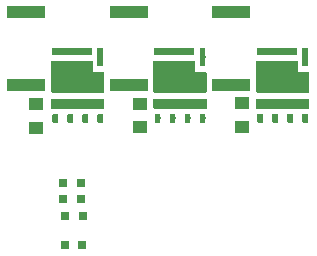
<source format=gbp>
G04 #@! TF.GenerationSoftware,KiCad,Pcbnew,(5.1.4)-1*
G04 #@! TF.CreationDate,2019-08-28T01:11:50-07:00*
G04 #@! TF.ProjectId,ESC Drivetrain V1,45534320-4472-4697-9665-747261696e20,rev?*
G04 #@! TF.SameCoordinates,Original*
G04 #@! TF.FileFunction,Paste,Bot*
G04 #@! TF.FilePolarity,Positive*
%FSLAX46Y46*%
G04 Gerber Fmt 4.6, Leading zero omitted, Abs format (unit mm)*
G04 Created by KiCad (PCBNEW (5.1.4)-1) date 2019-08-28 01:11:50*
%MOMM*%
%LPD*%
G04 APERTURE LIST*
%ADD10C,0.100000*%
%ADD11C,0.500000*%
%ADD12C,0.600000*%
%ADD13C,0.800000*%
%ADD14R,0.800000X0.750000*%
%ADD15R,1.250000X1.000000*%
%ADD16R,3.200000X1.000000*%
G04 APERTURE END LIST*
D10*
G36*
X137909901Y-112500241D02*
G01*
X137914755Y-112500961D01*
X137919514Y-112502153D01*
X137924134Y-112503806D01*
X137928570Y-112505904D01*
X137932779Y-112508427D01*
X137936720Y-112511349D01*
X137940355Y-112514645D01*
X137943651Y-112518280D01*
X137946573Y-112522221D01*
X137949096Y-112526430D01*
X137951194Y-112530866D01*
X137952847Y-112535486D01*
X137954039Y-112540245D01*
X137954759Y-112545099D01*
X137955000Y-112550000D01*
X137955000Y-113950000D01*
X137954759Y-113954901D01*
X137954039Y-113959755D01*
X137952847Y-113964514D01*
X137951194Y-113969134D01*
X137949096Y-113973570D01*
X137946573Y-113977779D01*
X137943651Y-113981720D01*
X137940355Y-113985355D01*
X137936720Y-113988651D01*
X137932779Y-113991573D01*
X137928570Y-113994096D01*
X137924134Y-113996194D01*
X137919514Y-113997847D01*
X137914755Y-113999039D01*
X137909901Y-113999759D01*
X137905000Y-114000000D01*
X137505000Y-114000000D01*
X137500099Y-113999759D01*
X137495245Y-113999039D01*
X137490486Y-113997847D01*
X137485866Y-113996194D01*
X137481430Y-113994096D01*
X137477221Y-113991573D01*
X137473280Y-113988651D01*
X137469645Y-113985355D01*
X137466349Y-113981720D01*
X137463427Y-113977779D01*
X137460904Y-113973570D01*
X137458806Y-113969134D01*
X137457153Y-113964514D01*
X137455961Y-113959755D01*
X137455241Y-113954901D01*
X137455000Y-113950000D01*
X137455000Y-112550000D01*
X137455241Y-112545099D01*
X137455961Y-112540245D01*
X137457153Y-112535486D01*
X137458806Y-112530866D01*
X137460904Y-112526430D01*
X137463427Y-112522221D01*
X137466349Y-112518280D01*
X137469645Y-112514645D01*
X137473280Y-112511349D01*
X137477221Y-112508427D01*
X137481430Y-112505904D01*
X137485866Y-112503806D01*
X137490486Y-112502153D01*
X137495245Y-112500961D01*
X137500099Y-112500241D01*
X137505000Y-112500000D01*
X137905000Y-112500000D01*
X137909901Y-112500241D01*
X137909901Y-112500241D01*
G37*
D11*
X137705000Y-113250000D03*
D10*
G36*
X136945881Y-112500289D02*
G01*
X136951705Y-112501153D01*
X136957417Y-112502584D01*
X136962961Y-112504567D01*
X136968284Y-112507085D01*
X136973334Y-112510112D01*
X136978064Y-112513619D01*
X136982426Y-112517574D01*
X136986381Y-112521936D01*
X136989888Y-112526666D01*
X136992915Y-112531716D01*
X136995433Y-112537039D01*
X136997416Y-112542583D01*
X136998847Y-112548295D01*
X136999711Y-112554119D01*
X137000000Y-112560000D01*
X137000000Y-113040000D01*
X136999711Y-113045881D01*
X136998847Y-113051705D01*
X136997416Y-113057417D01*
X136995433Y-113062961D01*
X136992915Y-113068284D01*
X136989888Y-113073334D01*
X136986381Y-113078064D01*
X136982426Y-113082426D01*
X136978064Y-113086381D01*
X136973334Y-113089888D01*
X136968284Y-113092915D01*
X136962961Y-113095433D01*
X136957417Y-113097416D01*
X136951705Y-113098847D01*
X136945881Y-113099711D01*
X136940000Y-113100000D01*
X133660000Y-113100000D01*
X133654119Y-113099711D01*
X133648295Y-113098847D01*
X133642583Y-113097416D01*
X133637039Y-113095433D01*
X133631716Y-113092915D01*
X133626666Y-113089888D01*
X133621936Y-113086381D01*
X133617574Y-113082426D01*
X133613619Y-113078064D01*
X133610112Y-113073334D01*
X133607085Y-113068284D01*
X133604567Y-113062961D01*
X133602584Y-113057417D01*
X133601153Y-113051705D01*
X133600289Y-113045881D01*
X133600000Y-113040000D01*
X133600000Y-112560000D01*
X133600289Y-112554119D01*
X133601153Y-112548295D01*
X133602584Y-112542583D01*
X133604567Y-112537039D01*
X133607085Y-112531716D01*
X133610112Y-112526666D01*
X133613619Y-112521936D01*
X133617574Y-112517574D01*
X133621936Y-112513619D01*
X133626666Y-112510112D01*
X133631716Y-112507085D01*
X133637039Y-112504567D01*
X133642583Y-112502584D01*
X133648295Y-112501153D01*
X133654119Y-112500289D01*
X133660000Y-112500000D01*
X136940000Y-112500000D01*
X136945881Y-112500289D01*
X136945881Y-112500289D01*
G37*
D12*
X135300000Y-112800000D03*
D11*
X135800000Y-115950000D03*
D10*
G36*
X133590245Y-116249039D02*
G01*
X133580866Y-116246194D01*
X133572221Y-116241573D01*
X133564645Y-116235355D01*
X133558427Y-116227779D01*
X133553806Y-116219134D01*
X133550961Y-116209755D01*
X133550000Y-116200000D01*
X133550000Y-113600000D01*
X133550961Y-113590245D01*
X133553806Y-113580866D01*
X133558427Y-113572221D01*
X133564645Y-113564645D01*
X133572221Y-113558427D01*
X133580866Y-113553806D01*
X133590245Y-113550961D01*
X133600000Y-113550000D01*
X137000000Y-113550000D01*
X137009755Y-113550961D01*
X137019134Y-113553806D01*
X137027779Y-113558427D01*
X137035355Y-113564645D01*
X137041573Y-113572221D01*
X137046194Y-113580866D01*
X137049039Y-113590245D01*
X137050000Y-113600000D01*
X137050000Y-114550000D01*
X138000000Y-114550000D01*
X138009755Y-114550961D01*
X138019134Y-114553806D01*
X138027779Y-114558427D01*
X138035355Y-114564645D01*
X138041573Y-114572221D01*
X138046194Y-114580866D01*
X138049039Y-114590245D01*
X138050000Y-114600000D01*
X138050000Y-116200000D01*
X138049039Y-116209755D01*
X138046194Y-116219134D01*
X138041573Y-116227779D01*
X138035355Y-116235355D01*
X138027779Y-116241573D01*
X138019134Y-116246194D01*
X138009755Y-116249039D01*
X138000000Y-116250000D01*
X133600000Y-116250000D01*
X133590245Y-116249039D01*
X133590245Y-116249039D01*
G37*
G36*
X138013921Y-116820193D02*
G01*
X138017804Y-116820769D01*
X138021611Y-116821722D01*
X138025307Y-116823045D01*
X138028856Y-116824723D01*
X138032223Y-116826741D01*
X138035376Y-116829080D01*
X138038284Y-116831716D01*
X138040920Y-116834624D01*
X138043259Y-116837777D01*
X138045277Y-116841144D01*
X138046955Y-116844693D01*
X138048278Y-116848389D01*
X138049231Y-116852196D01*
X138049807Y-116856079D01*
X138050000Y-116860000D01*
X138050000Y-117580000D01*
X138049807Y-117583921D01*
X138049231Y-117587804D01*
X138048278Y-117591611D01*
X138046955Y-117595307D01*
X138045277Y-117598856D01*
X138043259Y-117602223D01*
X138040920Y-117605376D01*
X138038284Y-117608284D01*
X138035376Y-117610920D01*
X138032223Y-117613259D01*
X138028856Y-117615277D01*
X138025307Y-117616955D01*
X138021611Y-117618278D01*
X138017804Y-117619231D01*
X138013921Y-117619807D01*
X138010000Y-117620000D01*
X133590000Y-117620000D01*
X133586079Y-117619807D01*
X133582196Y-117619231D01*
X133578389Y-117618278D01*
X133574693Y-117616955D01*
X133571144Y-117615277D01*
X133567777Y-117613259D01*
X133564624Y-117610920D01*
X133561716Y-117608284D01*
X133559080Y-117605376D01*
X133556741Y-117602223D01*
X133554723Y-117598856D01*
X133553045Y-117595307D01*
X133551722Y-117591611D01*
X133550769Y-117587804D01*
X133550193Y-117583921D01*
X133550000Y-117580000D01*
X133550000Y-116860000D01*
X133550193Y-116856079D01*
X133550769Y-116852196D01*
X133551722Y-116848389D01*
X133553045Y-116844693D01*
X133554723Y-116841144D01*
X133556741Y-116837777D01*
X133559080Y-116834624D01*
X133561716Y-116831716D01*
X133564624Y-116829080D01*
X133567777Y-116826741D01*
X133571144Y-116824723D01*
X133574693Y-116823045D01*
X133578389Y-116821722D01*
X133582196Y-116820769D01*
X133586079Y-116820193D01*
X133590000Y-116820000D01*
X138010000Y-116820000D01*
X138013921Y-116820193D01*
X138013921Y-116820193D01*
G37*
D13*
X135800000Y-117220000D03*
D10*
G36*
X137909901Y-118096241D02*
G01*
X137914755Y-118096961D01*
X137919514Y-118098153D01*
X137924134Y-118099806D01*
X137928570Y-118101904D01*
X137932779Y-118104427D01*
X137936720Y-118107349D01*
X137940355Y-118110645D01*
X137943651Y-118114280D01*
X137946573Y-118118221D01*
X137949096Y-118122430D01*
X137951194Y-118126866D01*
X137952847Y-118131486D01*
X137954039Y-118136245D01*
X137954759Y-118141099D01*
X137955000Y-118146000D01*
X137955000Y-118746000D01*
X137954759Y-118750901D01*
X137954039Y-118755755D01*
X137952847Y-118760514D01*
X137951194Y-118765134D01*
X137949096Y-118769570D01*
X137946573Y-118773779D01*
X137943651Y-118777720D01*
X137940355Y-118781355D01*
X137936720Y-118784651D01*
X137932779Y-118787573D01*
X137928570Y-118790096D01*
X137924134Y-118792194D01*
X137919514Y-118793847D01*
X137914755Y-118795039D01*
X137909901Y-118795759D01*
X137905000Y-118796000D01*
X137505000Y-118796000D01*
X137500099Y-118795759D01*
X137495245Y-118795039D01*
X137490486Y-118793847D01*
X137485866Y-118792194D01*
X137481430Y-118790096D01*
X137477221Y-118787573D01*
X137473280Y-118784651D01*
X137469645Y-118781355D01*
X137466349Y-118777720D01*
X137463427Y-118773779D01*
X137460904Y-118769570D01*
X137458806Y-118765134D01*
X137457153Y-118760514D01*
X137455961Y-118755755D01*
X137455241Y-118750901D01*
X137455000Y-118746000D01*
X137455000Y-118146000D01*
X137455241Y-118141099D01*
X137455961Y-118136245D01*
X137457153Y-118131486D01*
X137458806Y-118126866D01*
X137460904Y-118122430D01*
X137463427Y-118118221D01*
X137466349Y-118114280D01*
X137469645Y-118110645D01*
X137473280Y-118107349D01*
X137477221Y-118104427D01*
X137481430Y-118101904D01*
X137485866Y-118099806D01*
X137490486Y-118098153D01*
X137495245Y-118096961D01*
X137500099Y-118096241D01*
X137505000Y-118096000D01*
X137905000Y-118096000D01*
X137909901Y-118096241D01*
X137909901Y-118096241D01*
G37*
D11*
X137705000Y-118446000D03*
D10*
G36*
X134099901Y-118096241D02*
G01*
X134104755Y-118096961D01*
X134109514Y-118098153D01*
X134114134Y-118099806D01*
X134118570Y-118101904D01*
X134122779Y-118104427D01*
X134126720Y-118107349D01*
X134130355Y-118110645D01*
X134133651Y-118114280D01*
X134136573Y-118118221D01*
X134139096Y-118122430D01*
X134141194Y-118126866D01*
X134142847Y-118131486D01*
X134144039Y-118136245D01*
X134144759Y-118141099D01*
X134145000Y-118146000D01*
X134145000Y-118746000D01*
X134144759Y-118750901D01*
X134144039Y-118755755D01*
X134142847Y-118760514D01*
X134141194Y-118765134D01*
X134139096Y-118769570D01*
X134136573Y-118773779D01*
X134133651Y-118777720D01*
X134130355Y-118781355D01*
X134126720Y-118784651D01*
X134122779Y-118787573D01*
X134118570Y-118790096D01*
X134114134Y-118792194D01*
X134109514Y-118793847D01*
X134104755Y-118795039D01*
X134099901Y-118795759D01*
X134095000Y-118796000D01*
X133695000Y-118796000D01*
X133690099Y-118795759D01*
X133685245Y-118795039D01*
X133680486Y-118793847D01*
X133675866Y-118792194D01*
X133671430Y-118790096D01*
X133667221Y-118787573D01*
X133663280Y-118784651D01*
X133659645Y-118781355D01*
X133656349Y-118777720D01*
X133653427Y-118773779D01*
X133650904Y-118769570D01*
X133648806Y-118765134D01*
X133647153Y-118760514D01*
X133645961Y-118755755D01*
X133645241Y-118750901D01*
X133645000Y-118746000D01*
X133645000Y-118146000D01*
X133645241Y-118141099D01*
X133645961Y-118136245D01*
X133647153Y-118131486D01*
X133648806Y-118126866D01*
X133650904Y-118122430D01*
X133653427Y-118118221D01*
X133656349Y-118114280D01*
X133659645Y-118110645D01*
X133663280Y-118107349D01*
X133667221Y-118104427D01*
X133671430Y-118101904D01*
X133675866Y-118099806D01*
X133680486Y-118098153D01*
X133685245Y-118096961D01*
X133690099Y-118096241D01*
X133695000Y-118096000D01*
X134095000Y-118096000D01*
X134099901Y-118096241D01*
X134099901Y-118096241D01*
G37*
D11*
X133895000Y-118446000D03*
D10*
G36*
X136639901Y-118096241D02*
G01*
X136644755Y-118096961D01*
X136649514Y-118098153D01*
X136654134Y-118099806D01*
X136658570Y-118101904D01*
X136662779Y-118104427D01*
X136666720Y-118107349D01*
X136670355Y-118110645D01*
X136673651Y-118114280D01*
X136676573Y-118118221D01*
X136679096Y-118122430D01*
X136681194Y-118126866D01*
X136682847Y-118131486D01*
X136684039Y-118136245D01*
X136684759Y-118141099D01*
X136685000Y-118146000D01*
X136685000Y-118746000D01*
X136684759Y-118750901D01*
X136684039Y-118755755D01*
X136682847Y-118760514D01*
X136681194Y-118765134D01*
X136679096Y-118769570D01*
X136676573Y-118773779D01*
X136673651Y-118777720D01*
X136670355Y-118781355D01*
X136666720Y-118784651D01*
X136662779Y-118787573D01*
X136658570Y-118790096D01*
X136654134Y-118792194D01*
X136649514Y-118793847D01*
X136644755Y-118795039D01*
X136639901Y-118795759D01*
X136635000Y-118796000D01*
X136235000Y-118796000D01*
X136230099Y-118795759D01*
X136225245Y-118795039D01*
X136220486Y-118793847D01*
X136215866Y-118792194D01*
X136211430Y-118790096D01*
X136207221Y-118787573D01*
X136203280Y-118784651D01*
X136199645Y-118781355D01*
X136196349Y-118777720D01*
X136193427Y-118773779D01*
X136190904Y-118769570D01*
X136188806Y-118765134D01*
X136187153Y-118760514D01*
X136185961Y-118755755D01*
X136185241Y-118750901D01*
X136185000Y-118746000D01*
X136185000Y-118146000D01*
X136185241Y-118141099D01*
X136185961Y-118136245D01*
X136187153Y-118131486D01*
X136188806Y-118126866D01*
X136190904Y-118122430D01*
X136193427Y-118118221D01*
X136196349Y-118114280D01*
X136199645Y-118110645D01*
X136203280Y-118107349D01*
X136207221Y-118104427D01*
X136211430Y-118101904D01*
X136215866Y-118099806D01*
X136220486Y-118098153D01*
X136225245Y-118096961D01*
X136230099Y-118096241D01*
X136235000Y-118096000D01*
X136635000Y-118096000D01*
X136639901Y-118096241D01*
X136639901Y-118096241D01*
G37*
D11*
X136435000Y-118446000D03*
D10*
G36*
X135369901Y-118096241D02*
G01*
X135374755Y-118096961D01*
X135379514Y-118098153D01*
X135384134Y-118099806D01*
X135388570Y-118101904D01*
X135392779Y-118104427D01*
X135396720Y-118107349D01*
X135400355Y-118110645D01*
X135403651Y-118114280D01*
X135406573Y-118118221D01*
X135409096Y-118122430D01*
X135411194Y-118126866D01*
X135412847Y-118131486D01*
X135414039Y-118136245D01*
X135414759Y-118141099D01*
X135415000Y-118146000D01*
X135415000Y-118746000D01*
X135414759Y-118750901D01*
X135414039Y-118755755D01*
X135412847Y-118760514D01*
X135411194Y-118765134D01*
X135409096Y-118769570D01*
X135406573Y-118773779D01*
X135403651Y-118777720D01*
X135400355Y-118781355D01*
X135396720Y-118784651D01*
X135392779Y-118787573D01*
X135388570Y-118790096D01*
X135384134Y-118792194D01*
X135379514Y-118793847D01*
X135374755Y-118795039D01*
X135369901Y-118795759D01*
X135365000Y-118796000D01*
X134965000Y-118796000D01*
X134960099Y-118795759D01*
X134955245Y-118795039D01*
X134950486Y-118793847D01*
X134945866Y-118792194D01*
X134941430Y-118790096D01*
X134937221Y-118787573D01*
X134933280Y-118784651D01*
X134929645Y-118781355D01*
X134926349Y-118777720D01*
X134923427Y-118773779D01*
X134920904Y-118769570D01*
X134918806Y-118765134D01*
X134917153Y-118760514D01*
X134915961Y-118755755D01*
X134915241Y-118750901D01*
X134915000Y-118746000D01*
X134915000Y-118146000D01*
X134915241Y-118141099D01*
X134915961Y-118136245D01*
X134917153Y-118131486D01*
X134918806Y-118126866D01*
X134920904Y-118122430D01*
X134923427Y-118118221D01*
X134926349Y-118114280D01*
X134929645Y-118110645D01*
X134933280Y-118107349D01*
X134937221Y-118104427D01*
X134941430Y-118101904D01*
X134945866Y-118099806D01*
X134950486Y-118098153D01*
X134955245Y-118096961D01*
X134960099Y-118096241D01*
X134965000Y-118096000D01*
X135365000Y-118096000D01*
X135369901Y-118096241D01*
X135369901Y-118096241D01*
G37*
D11*
X135165000Y-118446000D03*
D10*
G36*
X129209901Y-112500241D02*
G01*
X129214755Y-112500961D01*
X129219514Y-112502153D01*
X129224134Y-112503806D01*
X129228570Y-112505904D01*
X129232779Y-112508427D01*
X129236720Y-112511349D01*
X129240355Y-112514645D01*
X129243651Y-112518280D01*
X129246573Y-112522221D01*
X129249096Y-112526430D01*
X129251194Y-112530866D01*
X129252847Y-112535486D01*
X129254039Y-112540245D01*
X129254759Y-112545099D01*
X129255000Y-112550000D01*
X129255000Y-113950000D01*
X129254759Y-113954901D01*
X129254039Y-113959755D01*
X129252847Y-113964514D01*
X129251194Y-113969134D01*
X129249096Y-113973570D01*
X129246573Y-113977779D01*
X129243651Y-113981720D01*
X129240355Y-113985355D01*
X129236720Y-113988651D01*
X129232779Y-113991573D01*
X129228570Y-113994096D01*
X129224134Y-113996194D01*
X129219514Y-113997847D01*
X129214755Y-113999039D01*
X129209901Y-113999759D01*
X129205000Y-114000000D01*
X128805000Y-114000000D01*
X128800099Y-113999759D01*
X128795245Y-113999039D01*
X128790486Y-113997847D01*
X128785866Y-113996194D01*
X128781430Y-113994096D01*
X128777221Y-113991573D01*
X128773280Y-113988651D01*
X128769645Y-113985355D01*
X128766349Y-113981720D01*
X128763427Y-113977779D01*
X128760904Y-113973570D01*
X128758806Y-113969134D01*
X128757153Y-113964514D01*
X128755961Y-113959755D01*
X128755241Y-113954901D01*
X128755000Y-113950000D01*
X128755000Y-112550000D01*
X128755241Y-112545099D01*
X128755961Y-112540245D01*
X128757153Y-112535486D01*
X128758806Y-112530866D01*
X128760904Y-112526430D01*
X128763427Y-112522221D01*
X128766349Y-112518280D01*
X128769645Y-112514645D01*
X128773280Y-112511349D01*
X128777221Y-112508427D01*
X128781430Y-112505904D01*
X128785866Y-112503806D01*
X128790486Y-112502153D01*
X128795245Y-112500961D01*
X128800099Y-112500241D01*
X128805000Y-112500000D01*
X129205000Y-112500000D01*
X129209901Y-112500241D01*
X129209901Y-112500241D01*
G37*
D11*
X129005000Y-113250000D03*
D10*
G36*
X128245881Y-112500289D02*
G01*
X128251705Y-112501153D01*
X128257417Y-112502584D01*
X128262961Y-112504567D01*
X128268284Y-112507085D01*
X128273334Y-112510112D01*
X128278064Y-112513619D01*
X128282426Y-112517574D01*
X128286381Y-112521936D01*
X128289888Y-112526666D01*
X128292915Y-112531716D01*
X128295433Y-112537039D01*
X128297416Y-112542583D01*
X128298847Y-112548295D01*
X128299711Y-112554119D01*
X128300000Y-112560000D01*
X128300000Y-113040000D01*
X128299711Y-113045881D01*
X128298847Y-113051705D01*
X128297416Y-113057417D01*
X128295433Y-113062961D01*
X128292915Y-113068284D01*
X128289888Y-113073334D01*
X128286381Y-113078064D01*
X128282426Y-113082426D01*
X128278064Y-113086381D01*
X128273334Y-113089888D01*
X128268284Y-113092915D01*
X128262961Y-113095433D01*
X128257417Y-113097416D01*
X128251705Y-113098847D01*
X128245881Y-113099711D01*
X128240000Y-113100000D01*
X124960000Y-113100000D01*
X124954119Y-113099711D01*
X124948295Y-113098847D01*
X124942583Y-113097416D01*
X124937039Y-113095433D01*
X124931716Y-113092915D01*
X124926666Y-113089888D01*
X124921936Y-113086381D01*
X124917574Y-113082426D01*
X124913619Y-113078064D01*
X124910112Y-113073334D01*
X124907085Y-113068284D01*
X124904567Y-113062961D01*
X124902584Y-113057417D01*
X124901153Y-113051705D01*
X124900289Y-113045881D01*
X124900000Y-113040000D01*
X124900000Y-112560000D01*
X124900289Y-112554119D01*
X124901153Y-112548295D01*
X124902584Y-112542583D01*
X124904567Y-112537039D01*
X124907085Y-112531716D01*
X124910112Y-112526666D01*
X124913619Y-112521936D01*
X124917574Y-112517574D01*
X124921936Y-112513619D01*
X124926666Y-112510112D01*
X124931716Y-112507085D01*
X124937039Y-112504567D01*
X124942583Y-112502584D01*
X124948295Y-112501153D01*
X124954119Y-112500289D01*
X124960000Y-112500000D01*
X128240000Y-112500000D01*
X128245881Y-112500289D01*
X128245881Y-112500289D01*
G37*
D12*
X126600000Y-112800000D03*
D11*
X127100000Y-115950000D03*
D10*
G36*
X124890245Y-116249039D02*
G01*
X124880866Y-116246194D01*
X124872221Y-116241573D01*
X124864645Y-116235355D01*
X124858427Y-116227779D01*
X124853806Y-116219134D01*
X124850961Y-116209755D01*
X124850000Y-116200000D01*
X124850000Y-113600000D01*
X124850961Y-113590245D01*
X124853806Y-113580866D01*
X124858427Y-113572221D01*
X124864645Y-113564645D01*
X124872221Y-113558427D01*
X124880866Y-113553806D01*
X124890245Y-113550961D01*
X124900000Y-113550000D01*
X128300000Y-113550000D01*
X128309755Y-113550961D01*
X128319134Y-113553806D01*
X128327779Y-113558427D01*
X128335355Y-113564645D01*
X128341573Y-113572221D01*
X128346194Y-113580866D01*
X128349039Y-113590245D01*
X128350000Y-113600000D01*
X128350000Y-114550000D01*
X129300000Y-114550000D01*
X129309755Y-114550961D01*
X129319134Y-114553806D01*
X129327779Y-114558427D01*
X129335355Y-114564645D01*
X129341573Y-114572221D01*
X129346194Y-114580866D01*
X129349039Y-114590245D01*
X129350000Y-114600000D01*
X129350000Y-116200000D01*
X129349039Y-116209755D01*
X129346194Y-116219134D01*
X129341573Y-116227779D01*
X129335355Y-116235355D01*
X129327779Y-116241573D01*
X129319134Y-116246194D01*
X129309755Y-116249039D01*
X129300000Y-116250000D01*
X124900000Y-116250000D01*
X124890245Y-116249039D01*
X124890245Y-116249039D01*
G37*
G36*
X129313921Y-116820193D02*
G01*
X129317804Y-116820769D01*
X129321611Y-116821722D01*
X129325307Y-116823045D01*
X129328856Y-116824723D01*
X129332223Y-116826741D01*
X129335376Y-116829080D01*
X129338284Y-116831716D01*
X129340920Y-116834624D01*
X129343259Y-116837777D01*
X129345277Y-116841144D01*
X129346955Y-116844693D01*
X129348278Y-116848389D01*
X129349231Y-116852196D01*
X129349807Y-116856079D01*
X129350000Y-116860000D01*
X129350000Y-117580000D01*
X129349807Y-117583921D01*
X129349231Y-117587804D01*
X129348278Y-117591611D01*
X129346955Y-117595307D01*
X129345277Y-117598856D01*
X129343259Y-117602223D01*
X129340920Y-117605376D01*
X129338284Y-117608284D01*
X129335376Y-117610920D01*
X129332223Y-117613259D01*
X129328856Y-117615277D01*
X129325307Y-117616955D01*
X129321611Y-117618278D01*
X129317804Y-117619231D01*
X129313921Y-117619807D01*
X129310000Y-117620000D01*
X124890000Y-117620000D01*
X124886079Y-117619807D01*
X124882196Y-117619231D01*
X124878389Y-117618278D01*
X124874693Y-117616955D01*
X124871144Y-117615277D01*
X124867777Y-117613259D01*
X124864624Y-117610920D01*
X124861716Y-117608284D01*
X124859080Y-117605376D01*
X124856741Y-117602223D01*
X124854723Y-117598856D01*
X124853045Y-117595307D01*
X124851722Y-117591611D01*
X124850769Y-117587804D01*
X124850193Y-117583921D01*
X124850000Y-117580000D01*
X124850000Y-116860000D01*
X124850193Y-116856079D01*
X124850769Y-116852196D01*
X124851722Y-116848389D01*
X124853045Y-116844693D01*
X124854723Y-116841144D01*
X124856741Y-116837777D01*
X124859080Y-116834624D01*
X124861716Y-116831716D01*
X124864624Y-116829080D01*
X124867777Y-116826741D01*
X124871144Y-116824723D01*
X124874693Y-116823045D01*
X124878389Y-116821722D01*
X124882196Y-116820769D01*
X124886079Y-116820193D01*
X124890000Y-116820000D01*
X129310000Y-116820000D01*
X129313921Y-116820193D01*
X129313921Y-116820193D01*
G37*
D13*
X127100000Y-117220000D03*
D10*
G36*
X129209901Y-118096241D02*
G01*
X129214755Y-118096961D01*
X129219514Y-118098153D01*
X129224134Y-118099806D01*
X129228570Y-118101904D01*
X129232779Y-118104427D01*
X129236720Y-118107349D01*
X129240355Y-118110645D01*
X129243651Y-118114280D01*
X129246573Y-118118221D01*
X129249096Y-118122430D01*
X129251194Y-118126866D01*
X129252847Y-118131486D01*
X129254039Y-118136245D01*
X129254759Y-118141099D01*
X129255000Y-118146000D01*
X129255000Y-118746000D01*
X129254759Y-118750901D01*
X129254039Y-118755755D01*
X129252847Y-118760514D01*
X129251194Y-118765134D01*
X129249096Y-118769570D01*
X129246573Y-118773779D01*
X129243651Y-118777720D01*
X129240355Y-118781355D01*
X129236720Y-118784651D01*
X129232779Y-118787573D01*
X129228570Y-118790096D01*
X129224134Y-118792194D01*
X129219514Y-118793847D01*
X129214755Y-118795039D01*
X129209901Y-118795759D01*
X129205000Y-118796000D01*
X128805000Y-118796000D01*
X128800099Y-118795759D01*
X128795245Y-118795039D01*
X128790486Y-118793847D01*
X128785866Y-118792194D01*
X128781430Y-118790096D01*
X128777221Y-118787573D01*
X128773280Y-118784651D01*
X128769645Y-118781355D01*
X128766349Y-118777720D01*
X128763427Y-118773779D01*
X128760904Y-118769570D01*
X128758806Y-118765134D01*
X128757153Y-118760514D01*
X128755961Y-118755755D01*
X128755241Y-118750901D01*
X128755000Y-118746000D01*
X128755000Y-118146000D01*
X128755241Y-118141099D01*
X128755961Y-118136245D01*
X128757153Y-118131486D01*
X128758806Y-118126866D01*
X128760904Y-118122430D01*
X128763427Y-118118221D01*
X128766349Y-118114280D01*
X128769645Y-118110645D01*
X128773280Y-118107349D01*
X128777221Y-118104427D01*
X128781430Y-118101904D01*
X128785866Y-118099806D01*
X128790486Y-118098153D01*
X128795245Y-118096961D01*
X128800099Y-118096241D01*
X128805000Y-118096000D01*
X129205000Y-118096000D01*
X129209901Y-118096241D01*
X129209901Y-118096241D01*
G37*
D11*
X129005000Y-118446000D03*
D10*
G36*
X125399901Y-118096241D02*
G01*
X125404755Y-118096961D01*
X125409514Y-118098153D01*
X125414134Y-118099806D01*
X125418570Y-118101904D01*
X125422779Y-118104427D01*
X125426720Y-118107349D01*
X125430355Y-118110645D01*
X125433651Y-118114280D01*
X125436573Y-118118221D01*
X125439096Y-118122430D01*
X125441194Y-118126866D01*
X125442847Y-118131486D01*
X125444039Y-118136245D01*
X125444759Y-118141099D01*
X125445000Y-118146000D01*
X125445000Y-118746000D01*
X125444759Y-118750901D01*
X125444039Y-118755755D01*
X125442847Y-118760514D01*
X125441194Y-118765134D01*
X125439096Y-118769570D01*
X125436573Y-118773779D01*
X125433651Y-118777720D01*
X125430355Y-118781355D01*
X125426720Y-118784651D01*
X125422779Y-118787573D01*
X125418570Y-118790096D01*
X125414134Y-118792194D01*
X125409514Y-118793847D01*
X125404755Y-118795039D01*
X125399901Y-118795759D01*
X125395000Y-118796000D01*
X124995000Y-118796000D01*
X124990099Y-118795759D01*
X124985245Y-118795039D01*
X124980486Y-118793847D01*
X124975866Y-118792194D01*
X124971430Y-118790096D01*
X124967221Y-118787573D01*
X124963280Y-118784651D01*
X124959645Y-118781355D01*
X124956349Y-118777720D01*
X124953427Y-118773779D01*
X124950904Y-118769570D01*
X124948806Y-118765134D01*
X124947153Y-118760514D01*
X124945961Y-118755755D01*
X124945241Y-118750901D01*
X124945000Y-118746000D01*
X124945000Y-118146000D01*
X124945241Y-118141099D01*
X124945961Y-118136245D01*
X124947153Y-118131486D01*
X124948806Y-118126866D01*
X124950904Y-118122430D01*
X124953427Y-118118221D01*
X124956349Y-118114280D01*
X124959645Y-118110645D01*
X124963280Y-118107349D01*
X124967221Y-118104427D01*
X124971430Y-118101904D01*
X124975866Y-118099806D01*
X124980486Y-118098153D01*
X124985245Y-118096961D01*
X124990099Y-118096241D01*
X124995000Y-118096000D01*
X125395000Y-118096000D01*
X125399901Y-118096241D01*
X125399901Y-118096241D01*
G37*
D11*
X125195000Y-118446000D03*
D10*
G36*
X127939901Y-118096241D02*
G01*
X127944755Y-118096961D01*
X127949514Y-118098153D01*
X127954134Y-118099806D01*
X127958570Y-118101904D01*
X127962779Y-118104427D01*
X127966720Y-118107349D01*
X127970355Y-118110645D01*
X127973651Y-118114280D01*
X127976573Y-118118221D01*
X127979096Y-118122430D01*
X127981194Y-118126866D01*
X127982847Y-118131486D01*
X127984039Y-118136245D01*
X127984759Y-118141099D01*
X127985000Y-118146000D01*
X127985000Y-118746000D01*
X127984759Y-118750901D01*
X127984039Y-118755755D01*
X127982847Y-118760514D01*
X127981194Y-118765134D01*
X127979096Y-118769570D01*
X127976573Y-118773779D01*
X127973651Y-118777720D01*
X127970355Y-118781355D01*
X127966720Y-118784651D01*
X127962779Y-118787573D01*
X127958570Y-118790096D01*
X127954134Y-118792194D01*
X127949514Y-118793847D01*
X127944755Y-118795039D01*
X127939901Y-118795759D01*
X127935000Y-118796000D01*
X127535000Y-118796000D01*
X127530099Y-118795759D01*
X127525245Y-118795039D01*
X127520486Y-118793847D01*
X127515866Y-118792194D01*
X127511430Y-118790096D01*
X127507221Y-118787573D01*
X127503280Y-118784651D01*
X127499645Y-118781355D01*
X127496349Y-118777720D01*
X127493427Y-118773779D01*
X127490904Y-118769570D01*
X127488806Y-118765134D01*
X127487153Y-118760514D01*
X127485961Y-118755755D01*
X127485241Y-118750901D01*
X127485000Y-118746000D01*
X127485000Y-118146000D01*
X127485241Y-118141099D01*
X127485961Y-118136245D01*
X127487153Y-118131486D01*
X127488806Y-118126866D01*
X127490904Y-118122430D01*
X127493427Y-118118221D01*
X127496349Y-118114280D01*
X127499645Y-118110645D01*
X127503280Y-118107349D01*
X127507221Y-118104427D01*
X127511430Y-118101904D01*
X127515866Y-118099806D01*
X127520486Y-118098153D01*
X127525245Y-118096961D01*
X127530099Y-118096241D01*
X127535000Y-118096000D01*
X127935000Y-118096000D01*
X127939901Y-118096241D01*
X127939901Y-118096241D01*
G37*
D11*
X127735000Y-118446000D03*
D10*
G36*
X126669901Y-118096241D02*
G01*
X126674755Y-118096961D01*
X126679514Y-118098153D01*
X126684134Y-118099806D01*
X126688570Y-118101904D01*
X126692779Y-118104427D01*
X126696720Y-118107349D01*
X126700355Y-118110645D01*
X126703651Y-118114280D01*
X126706573Y-118118221D01*
X126709096Y-118122430D01*
X126711194Y-118126866D01*
X126712847Y-118131486D01*
X126714039Y-118136245D01*
X126714759Y-118141099D01*
X126715000Y-118146000D01*
X126715000Y-118746000D01*
X126714759Y-118750901D01*
X126714039Y-118755755D01*
X126712847Y-118760514D01*
X126711194Y-118765134D01*
X126709096Y-118769570D01*
X126706573Y-118773779D01*
X126703651Y-118777720D01*
X126700355Y-118781355D01*
X126696720Y-118784651D01*
X126692779Y-118787573D01*
X126688570Y-118790096D01*
X126684134Y-118792194D01*
X126679514Y-118793847D01*
X126674755Y-118795039D01*
X126669901Y-118795759D01*
X126665000Y-118796000D01*
X126265000Y-118796000D01*
X126260099Y-118795759D01*
X126255245Y-118795039D01*
X126250486Y-118793847D01*
X126245866Y-118792194D01*
X126241430Y-118790096D01*
X126237221Y-118787573D01*
X126233280Y-118784651D01*
X126229645Y-118781355D01*
X126226349Y-118777720D01*
X126223427Y-118773779D01*
X126220904Y-118769570D01*
X126218806Y-118765134D01*
X126217153Y-118760514D01*
X126215961Y-118755755D01*
X126215241Y-118750901D01*
X126215000Y-118746000D01*
X126215000Y-118146000D01*
X126215241Y-118141099D01*
X126215961Y-118136245D01*
X126217153Y-118131486D01*
X126218806Y-118126866D01*
X126220904Y-118122430D01*
X126223427Y-118118221D01*
X126226349Y-118114280D01*
X126229645Y-118110645D01*
X126233280Y-118107349D01*
X126237221Y-118104427D01*
X126241430Y-118101904D01*
X126245866Y-118099806D01*
X126250486Y-118098153D01*
X126255245Y-118096961D01*
X126260099Y-118096241D01*
X126265000Y-118096000D01*
X126665000Y-118096000D01*
X126669901Y-118096241D01*
X126669901Y-118096241D01*
G37*
D11*
X126465000Y-118446000D03*
D10*
G36*
X120559901Y-112500241D02*
G01*
X120564755Y-112500961D01*
X120569514Y-112502153D01*
X120574134Y-112503806D01*
X120578570Y-112505904D01*
X120582779Y-112508427D01*
X120586720Y-112511349D01*
X120590355Y-112514645D01*
X120593651Y-112518280D01*
X120596573Y-112522221D01*
X120599096Y-112526430D01*
X120601194Y-112530866D01*
X120602847Y-112535486D01*
X120604039Y-112540245D01*
X120604759Y-112545099D01*
X120605000Y-112550000D01*
X120605000Y-113950000D01*
X120604759Y-113954901D01*
X120604039Y-113959755D01*
X120602847Y-113964514D01*
X120601194Y-113969134D01*
X120599096Y-113973570D01*
X120596573Y-113977779D01*
X120593651Y-113981720D01*
X120590355Y-113985355D01*
X120586720Y-113988651D01*
X120582779Y-113991573D01*
X120578570Y-113994096D01*
X120574134Y-113996194D01*
X120569514Y-113997847D01*
X120564755Y-113999039D01*
X120559901Y-113999759D01*
X120555000Y-114000000D01*
X120155000Y-114000000D01*
X120150099Y-113999759D01*
X120145245Y-113999039D01*
X120140486Y-113997847D01*
X120135866Y-113996194D01*
X120131430Y-113994096D01*
X120127221Y-113991573D01*
X120123280Y-113988651D01*
X120119645Y-113985355D01*
X120116349Y-113981720D01*
X120113427Y-113977779D01*
X120110904Y-113973570D01*
X120108806Y-113969134D01*
X120107153Y-113964514D01*
X120105961Y-113959755D01*
X120105241Y-113954901D01*
X120105000Y-113950000D01*
X120105000Y-112550000D01*
X120105241Y-112545099D01*
X120105961Y-112540245D01*
X120107153Y-112535486D01*
X120108806Y-112530866D01*
X120110904Y-112526430D01*
X120113427Y-112522221D01*
X120116349Y-112518280D01*
X120119645Y-112514645D01*
X120123280Y-112511349D01*
X120127221Y-112508427D01*
X120131430Y-112505904D01*
X120135866Y-112503806D01*
X120140486Y-112502153D01*
X120145245Y-112500961D01*
X120150099Y-112500241D01*
X120155000Y-112500000D01*
X120555000Y-112500000D01*
X120559901Y-112500241D01*
X120559901Y-112500241D01*
G37*
D11*
X120355000Y-113250000D03*
D10*
G36*
X119595881Y-112500289D02*
G01*
X119601705Y-112501153D01*
X119607417Y-112502584D01*
X119612961Y-112504567D01*
X119618284Y-112507085D01*
X119623334Y-112510112D01*
X119628064Y-112513619D01*
X119632426Y-112517574D01*
X119636381Y-112521936D01*
X119639888Y-112526666D01*
X119642915Y-112531716D01*
X119645433Y-112537039D01*
X119647416Y-112542583D01*
X119648847Y-112548295D01*
X119649711Y-112554119D01*
X119650000Y-112560000D01*
X119650000Y-113040000D01*
X119649711Y-113045881D01*
X119648847Y-113051705D01*
X119647416Y-113057417D01*
X119645433Y-113062961D01*
X119642915Y-113068284D01*
X119639888Y-113073334D01*
X119636381Y-113078064D01*
X119632426Y-113082426D01*
X119628064Y-113086381D01*
X119623334Y-113089888D01*
X119618284Y-113092915D01*
X119612961Y-113095433D01*
X119607417Y-113097416D01*
X119601705Y-113098847D01*
X119595881Y-113099711D01*
X119590000Y-113100000D01*
X116310000Y-113100000D01*
X116304119Y-113099711D01*
X116298295Y-113098847D01*
X116292583Y-113097416D01*
X116287039Y-113095433D01*
X116281716Y-113092915D01*
X116276666Y-113089888D01*
X116271936Y-113086381D01*
X116267574Y-113082426D01*
X116263619Y-113078064D01*
X116260112Y-113073334D01*
X116257085Y-113068284D01*
X116254567Y-113062961D01*
X116252584Y-113057417D01*
X116251153Y-113051705D01*
X116250289Y-113045881D01*
X116250000Y-113040000D01*
X116250000Y-112560000D01*
X116250289Y-112554119D01*
X116251153Y-112548295D01*
X116252584Y-112542583D01*
X116254567Y-112537039D01*
X116257085Y-112531716D01*
X116260112Y-112526666D01*
X116263619Y-112521936D01*
X116267574Y-112517574D01*
X116271936Y-112513619D01*
X116276666Y-112510112D01*
X116281716Y-112507085D01*
X116287039Y-112504567D01*
X116292583Y-112502584D01*
X116298295Y-112501153D01*
X116304119Y-112500289D01*
X116310000Y-112500000D01*
X119590000Y-112500000D01*
X119595881Y-112500289D01*
X119595881Y-112500289D01*
G37*
D12*
X117950000Y-112800000D03*
D11*
X118450000Y-115950000D03*
D10*
G36*
X116240245Y-116249039D02*
G01*
X116230866Y-116246194D01*
X116222221Y-116241573D01*
X116214645Y-116235355D01*
X116208427Y-116227779D01*
X116203806Y-116219134D01*
X116200961Y-116209755D01*
X116200000Y-116200000D01*
X116200000Y-113600000D01*
X116200961Y-113590245D01*
X116203806Y-113580866D01*
X116208427Y-113572221D01*
X116214645Y-113564645D01*
X116222221Y-113558427D01*
X116230866Y-113553806D01*
X116240245Y-113550961D01*
X116250000Y-113550000D01*
X119650000Y-113550000D01*
X119659755Y-113550961D01*
X119669134Y-113553806D01*
X119677779Y-113558427D01*
X119685355Y-113564645D01*
X119691573Y-113572221D01*
X119696194Y-113580866D01*
X119699039Y-113590245D01*
X119700000Y-113600000D01*
X119700000Y-114550000D01*
X120650000Y-114550000D01*
X120659755Y-114550961D01*
X120669134Y-114553806D01*
X120677779Y-114558427D01*
X120685355Y-114564645D01*
X120691573Y-114572221D01*
X120696194Y-114580866D01*
X120699039Y-114590245D01*
X120700000Y-114600000D01*
X120700000Y-116200000D01*
X120699039Y-116209755D01*
X120696194Y-116219134D01*
X120691573Y-116227779D01*
X120685355Y-116235355D01*
X120677779Y-116241573D01*
X120669134Y-116246194D01*
X120659755Y-116249039D01*
X120650000Y-116250000D01*
X116250000Y-116250000D01*
X116240245Y-116249039D01*
X116240245Y-116249039D01*
G37*
G36*
X120663921Y-116820193D02*
G01*
X120667804Y-116820769D01*
X120671611Y-116821722D01*
X120675307Y-116823045D01*
X120678856Y-116824723D01*
X120682223Y-116826741D01*
X120685376Y-116829080D01*
X120688284Y-116831716D01*
X120690920Y-116834624D01*
X120693259Y-116837777D01*
X120695277Y-116841144D01*
X120696955Y-116844693D01*
X120698278Y-116848389D01*
X120699231Y-116852196D01*
X120699807Y-116856079D01*
X120700000Y-116860000D01*
X120700000Y-117580000D01*
X120699807Y-117583921D01*
X120699231Y-117587804D01*
X120698278Y-117591611D01*
X120696955Y-117595307D01*
X120695277Y-117598856D01*
X120693259Y-117602223D01*
X120690920Y-117605376D01*
X120688284Y-117608284D01*
X120685376Y-117610920D01*
X120682223Y-117613259D01*
X120678856Y-117615277D01*
X120675307Y-117616955D01*
X120671611Y-117618278D01*
X120667804Y-117619231D01*
X120663921Y-117619807D01*
X120660000Y-117620000D01*
X116240000Y-117620000D01*
X116236079Y-117619807D01*
X116232196Y-117619231D01*
X116228389Y-117618278D01*
X116224693Y-117616955D01*
X116221144Y-117615277D01*
X116217777Y-117613259D01*
X116214624Y-117610920D01*
X116211716Y-117608284D01*
X116209080Y-117605376D01*
X116206741Y-117602223D01*
X116204723Y-117598856D01*
X116203045Y-117595307D01*
X116201722Y-117591611D01*
X116200769Y-117587804D01*
X116200193Y-117583921D01*
X116200000Y-117580000D01*
X116200000Y-116860000D01*
X116200193Y-116856079D01*
X116200769Y-116852196D01*
X116201722Y-116848389D01*
X116203045Y-116844693D01*
X116204723Y-116841144D01*
X116206741Y-116837777D01*
X116209080Y-116834624D01*
X116211716Y-116831716D01*
X116214624Y-116829080D01*
X116217777Y-116826741D01*
X116221144Y-116824723D01*
X116224693Y-116823045D01*
X116228389Y-116821722D01*
X116232196Y-116820769D01*
X116236079Y-116820193D01*
X116240000Y-116820000D01*
X120660000Y-116820000D01*
X120663921Y-116820193D01*
X120663921Y-116820193D01*
G37*
D13*
X118450000Y-117220000D03*
D10*
G36*
X120559901Y-118096241D02*
G01*
X120564755Y-118096961D01*
X120569514Y-118098153D01*
X120574134Y-118099806D01*
X120578570Y-118101904D01*
X120582779Y-118104427D01*
X120586720Y-118107349D01*
X120590355Y-118110645D01*
X120593651Y-118114280D01*
X120596573Y-118118221D01*
X120599096Y-118122430D01*
X120601194Y-118126866D01*
X120602847Y-118131486D01*
X120604039Y-118136245D01*
X120604759Y-118141099D01*
X120605000Y-118146000D01*
X120605000Y-118746000D01*
X120604759Y-118750901D01*
X120604039Y-118755755D01*
X120602847Y-118760514D01*
X120601194Y-118765134D01*
X120599096Y-118769570D01*
X120596573Y-118773779D01*
X120593651Y-118777720D01*
X120590355Y-118781355D01*
X120586720Y-118784651D01*
X120582779Y-118787573D01*
X120578570Y-118790096D01*
X120574134Y-118792194D01*
X120569514Y-118793847D01*
X120564755Y-118795039D01*
X120559901Y-118795759D01*
X120555000Y-118796000D01*
X120155000Y-118796000D01*
X120150099Y-118795759D01*
X120145245Y-118795039D01*
X120140486Y-118793847D01*
X120135866Y-118792194D01*
X120131430Y-118790096D01*
X120127221Y-118787573D01*
X120123280Y-118784651D01*
X120119645Y-118781355D01*
X120116349Y-118777720D01*
X120113427Y-118773779D01*
X120110904Y-118769570D01*
X120108806Y-118765134D01*
X120107153Y-118760514D01*
X120105961Y-118755755D01*
X120105241Y-118750901D01*
X120105000Y-118746000D01*
X120105000Y-118146000D01*
X120105241Y-118141099D01*
X120105961Y-118136245D01*
X120107153Y-118131486D01*
X120108806Y-118126866D01*
X120110904Y-118122430D01*
X120113427Y-118118221D01*
X120116349Y-118114280D01*
X120119645Y-118110645D01*
X120123280Y-118107349D01*
X120127221Y-118104427D01*
X120131430Y-118101904D01*
X120135866Y-118099806D01*
X120140486Y-118098153D01*
X120145245Y-118096961D01*
X120150099Y-118096241D01*
X120155000Y-118096000D01*
X120555000Y-118096000D01*
X120559901Y-118096241D01*
X120559901Y-118096241D01*
G37*
D11*
X120355000Y-118446000D03*
D10*
G36*
X116749901Y-118096241D02*
G01*
X116754755Y-118096961D01*
X116759514Y-118098153D01*
X116764134Y-118099806D01*
X116768570Y-118101904D01*
X116772779Y-118104427D01*
X116776720Y-118107349D01*
X116780355Y-118110645D01*
X116783651Y-118114280D01*
X116786573Y-118118221D01*
X116789096Y-118122430D01*
X116791194Y-118126866D01*
X116792847Y-118131486D01*
X116794039Y-118136245D01*
X116794759Y-118141099D01*
X116795000Y-118146000D01*
X116795000Y-118746000D01*
X116794759Y-118750901D01*
X116794039Y-118755755D01*
X116792847Y-118760514D01*
X116791194Y-118765134D01*
X116789096Y-118769570D01*
X116786573Y-118773779D01*
X116783651Y-118777720D01*
X116780355Y-118781355D01*
X116776720Y-118784651D01*
X116772779Y-118787573D01*
X116768570Y-118790096D01*
X116764134Y-118792194D01*
X116759514Y-118793847D01*
X116754755Y-118795039D01*
X116749901Y-118795759D01*
X116745000Y-118796000D01*
X116345000Y-118796000D01*
X116340099Y-118795759D01*
X116335245Y-118795039D01*
X116330486Y-118793847D01*
X116325866Y-118792194D01*
X116321430Y-118790096D01*
X116317221Y-118787573D01*
X116313280Y-118784651D01*
X116309645Y-118781355D01*
X116306349Y-118777720D01*
X116303427Y-118773779D01*
X116300904Y-118769570D01*
X116298806Y-118765134D01*
X116297153Y-118760514D01*
X116295961Y-118755755D01*
X116295241Y-118750901D01*
X116295000Y-118746000D01*
X116295000Y-118146000D01*
X116295241Y-118141099D01*
X116295961Y-118136245D01*
X116297153Y-118131486D01*
X116298806Y-118126866D01*
X116300904Y-118122430D01*
X116303427Y-118118221D01*
X116306349Y-118114280D01*
X116309645Y-118110645D01*
X116313280Y-118107349D01*
X116317221Y-118104427D01*
X116321430Y-118101904D01*
X116325866Y-118099806D01*
X116330486Y-118098153D01*
X116335245Y-118096961D01*
X116340099Y-118096241D01*
X116345000Y-118096000D01*
X116745000Y-118096000D01*
X116749901Y-118096241D01*
X116749901Y-118096241D01*
G37*
D11*
X116545000Y-118446000D03*
D10*
G36*
X119289901Y-118096241D02*
G01*
X119294755Y-118096961D01*
X119299514Y-118098153D01*
X119304134Y-118099806D01*
X119308570Y-118101904D01*
X119312779Y-118104427D01*
X119316720Y-118107349D01*
X119320355Y-118110645D01*
X119323651Y-118114280D01*
X119326573Y-118118221D01*
X119329096Y-118122430D01*
X119331194Y-118126866D01*
X119332847Y-118131486D01*
X119334039Y-118136245D01*
X119334759Y-118141099D01*
X119335000Y-118146000D01*
X119335000Y-118746000D01*
X119334759Y-118750901D01*
X119334039Y-118755755D01*
X119332847Y-118760514D01*
X119331194Y-118765134D01*
X119329096Y-118769570D01*
X119326573Y-118773779D01*
X119323651Y-118777720D01*
X119320355Y-118781355D01*
X119316720Y-118784651D01*
X119312779Y-118787573D01*
X119308570Y-118790096D01*
X119304134Y-118792194D01*
X119299514Y-118793847D01*
X119294755Y-118795039D01*
X119289901Y-118795759D01*
X119285000Y-118796000D01*
X118885000Y-118796000D01*
X118880099Y-118795759D01*
X118875245Y-118795039D01*
X118870486Y-118793847D01*
X118865866Y-118792194D01*
X118861430Y-118790096D01*
X118857221Y-118787573D01*
X118853280Y-118784651D01*
X118849645Y-118781355D01*
X118846349Y-118777720D01*
X118843427Y-118773779D01*
X118840904Y-118769570D01*
X118838806Y-118765134D01*
X118837153Y-118760514D01*
X118835961Y-118755755D01*
X118835241Y-118750901D01*
X118835000Y-118746000D01*
X118835000Y-118146000D01*
X118835241Y-118141099D01*
X118835961Y-118136245D01*
X118837153Y-118131486D01*
X118838806Y-118126866D01*
X118840904Y-118122430D01*
X118843427Y-118118221D01*
X118846349Y-118114280D01*
X118849645Y-118110645D01*
X118853280Y-118107349D01*
X118857221Y-118104427D01*
X118861430Y-118101904D01*
X118865866Y-118099806D01*
X118870486Y-118098153D01*
X118875245Y-118096961D01*
X118880099Y-118096241D01*
X118885000Y-118096000D01*
X119285000Y-118096000D01*
X119289901Y-118096241D01*
X119289901Y-118096241D01*
G37*
D11*
X119085000Y-118446000D03*
D10*
G36*
X118019901Y-118096241D02*
G01*
X118024755Y-118096961D01*
X118029514Y-118098153D01*
X118034134Y-118099806D01*
X118038570Y-118101904D01*
X118042779Y-118104427D01*
X118046720Y-118107349D01*
X118050355Y-118110645D01*
X118053651Y-118114280D01*
X118056573Y-118118221D01*
X118059096Y-118122430D01*
X118061194Y-118126866D01*
X118062847Y-118131486D01*
X118064039Y-118136245D01*
X118064759Y-118141099D01*
X118065000Y-118146000D01*
X118065000Y-118746000D01*
X118064759Y-118750901D01*
X118064039Y-118755755D01*
X118062847Y-118760514D01*
X118061194Y-118765134D01*
X118059096Y-118769570D01*
X118056573Y-118773779D01*
X118053651Y-118777720D01*
X118050355Y-118781355D01*
X118046720Y-118784651D01*
X118042779Y-118787573D01*
X118038570Y-118790096D01*
X118034134Y-118792194D01*
X118029514Y-118793847D01*
X118024755Y-118795039D01*
X118019901Y-118795759D01*
X118015000Y-118796000D01*
X117615000Y-118796000D01*
X117610099Y-118795759D01*
X117605245Y-118795039D01*
X117600486Y-118793847D01*
X117595866Y-118792194D01*
X117591430Y-118790096D01*
X117587221Y-118787573D01*
X117583280Y-118784651D01*
X117579645Y-118781355D01*
X117576349Y-118777720D01*
X117573427Y-118773779D01*
X117570904Y-118769570D01*
X117568806Y-118765134D01*
X117567153Y-118760514D01*
X117565961Y-118755755D01*
X117565241Y-118750901D01*
X117565000Y-118746000D01*
X117565000Y-118146000D01*
X117565241Y-118141099D01*
X117565961Y-118136245D01*
X117567153Y-118131486D01*
X117568806Y-118126866D01*
X117570904Y-118122430D01*
X117573427Y-118118221D01*
X117576349Y-118114280D01*
X117579645Y-118110645D01*
X117583280Y-118107349D01*
X117587221Y-118104427D01*
X117591430Y-118101904D01*
X117595866Y-118099806D01*
X117600486Y-118098153D01*
X117605245Y-118096961D01*
X117610099Y-118096241D01*
X117615000Y-118096000D01*
X118015000Y-118096000D01*
X118019901Y-118096241D01*
X118019901Y-118096241D01*
G37*
D11*
X117815000Y-118446000D03*
D14*
X117375000Y-126700000D03*
X118875000Y-126700000D03*
X117325000Y-129200000D03*
X118825000Y-129200000D03*
D15*
X114925000Y-119250000D03*
X114925000Y-117250000D03*
X123700000Y-119200000D03*
X123700000Y-117200000D03*
X132375000Y-119175000D03*
X132375000Y-117175000D03*
D14*
X118725000Y-125300000D03*
X117225000Y-125300000D03*
X117225000Y-123900000D03*
X118725000Y-123900000D03*
D16*
X122750000Y-109400000D03*
X122750000Y-115600000D03*
X131400000Y-115600000D03*
X131400000Y-109400000D03*
X114100000Y-115650000D03*
X114100000Y-109450000D03*
M02*

</source>
